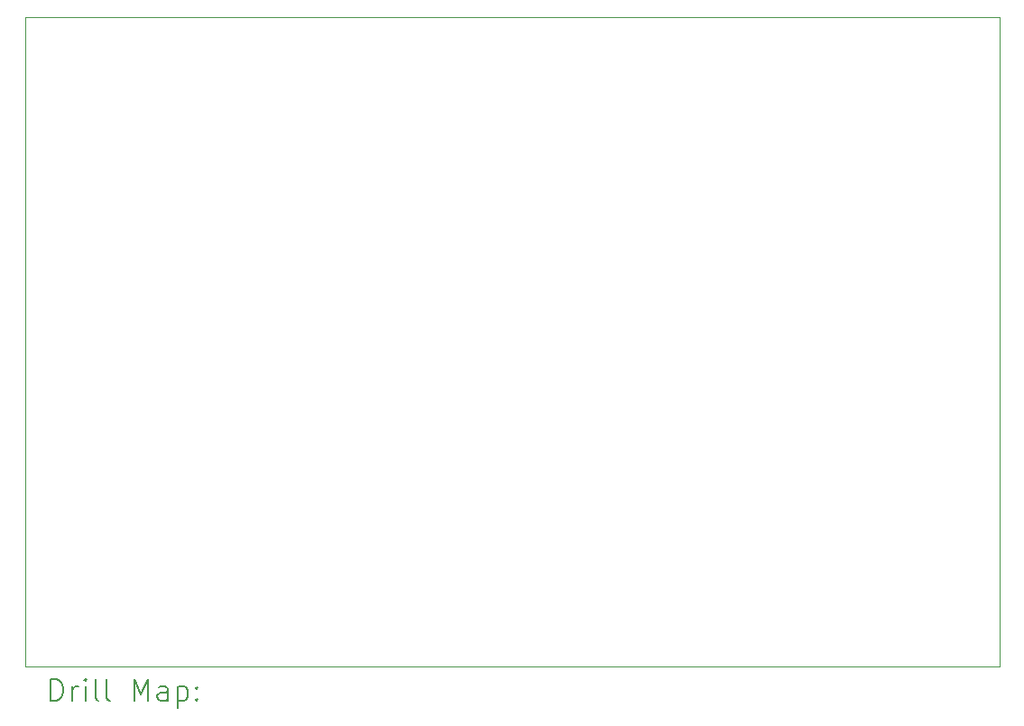
<source format=gbr>
%TF.GenerationSoftware,KiCad,Pcbnew,7.0.2*%
%TF.CreationDate,2024-05-24T01:33:51-03:00*%
%TF.ProjectId,EcoMaua_Tx_Telemetry_Module,45636f4d-6175-4615-9f54-785f54656c65,rev?*%
%TF.SameCoordinates,Original*%
%TF.FileFunction,Drillmap*%
%TF.FilePolarity,Positive*%
%FSLAX45Y45*%
G04 Gerber Fmt 4.5, Leading zero omitted, Abs format (unit mm)*
G04 Created by KiCad (PCBNEW 7.0.2) date 2024-05-24 01:33:51*
%MOMM*%
%LPD*%
G01*
G04 APERTURE LIST*
%ADD10C,0.100000*%
%ADD11C,0.200000*%
G04 APERTURE END LIST*
D10*
X10414000Y-5842000D02*
X19558000Y-5842000D01*
X19558000Y-11938000D01*
X10414000Y-11938000D01*
X10414000Y-5842000D01*
D11*
X10656619Y-12255524D02*
X10656619Y-12055524D01*
X10656619Y-12055524D02*
X10704238Y-12055524D01*
X10704238Y-12055524D02*
X10732810Y-12065048D01*
X10732810Y-12065048D02*
X10751857Y-12084095D01*
X10751857Y-12084095D02*
X10761381Y-12103143D01*
X10761381Y-12103143D02*
X10770905Y-12141238D01*
X10770905Y-12141238D02*
X10770905Y-12169809D01*
X10770905Y-12169809D02*
X10761381Y-12207905D01*
X10761381Y-12207905D02*
X10751857Y-12226952D01*
X10751857Y-12226952D02*
X10732810Y-12246000D01*
X10732810Y-12246000D02*
X10704238Y-12255524D01*
X10704238Y-12255524D02*
X10656619Y-12255524D01*
X10856619Y-12255524D02*
X10856619Y-12122190D01*
X10856619Y-12160286D02*
X10866143Y-12141238D01*
X10866143Y-12141238D02*
X10875667Y-12131714D01*
X10875667Y-12131714D02*
X10894714Y-12122190D01*
X10894714Y-12122190D02*
X10913762Y-12122190D01*
X10980429Y-12255524D02*
X10980429Y-12122190D01*
X10980429Y-12055524D02*
X10970905Y-12065048D01*
X10970905Y-12065048D02*
X10980429Y-12074571D01*
X10980429Y-12074571D02*
X10989952Y-12065048D01*
X10989952Y-12065048D02*
X10980429Y-12055524D01*
X10980429Y-12055524D02*
X10980429Y-12074571D01*
X11104238Y-12255524D02*
X11085190Y-12246000D01*
X11085190Y-12246000D02*
X11075667Y-12226952D01*
X11075667Y-12226952D02*
X11075667Y-12055524D01*
X11209000Y-12255524D02*
X11189952Y-12246000D01*
X11189952Y-12246000D02*
X11180429Y-12226952D01*
X11180429Y-12226952D02*
X11180429Y-12055524D01*
X11437571Y-12255524D02*
X11437571Y-12055524D01*
X11437571Y-12055524D02*
X11504238Y-12198381D01*
X11504238Y-12198381D02*
X11570905Y-12055524D01*
X11570905Y-12055524D02*
X11570905Y-12255524D01*
X11751857Y-12255524D02*
X11751857Y-12150762D01*
X11751857Y-12150762D02*
X11742333Y-12131714D01*
X11742333Y-12131714D02*
X11723286Y-12122190D01*
X11723286Y-12122190D02*
X11685190Y-12122190D01*
X11685190Y-12122190D02*
X11666143Y-12131714D01*
X11751857Y-12246000D02*
X11732809Y-12255524D01*
X11732809Y-12255524D02*
X11685190Y-12255524D01*
X11685190Y-12255524D02*
X11666143Y-12246000D01*
X11666143Y-12246000D02*
X11656619Y-12226952D01*
X11656619Y-12226952D02*
X11656619Y-12207905D01*
X11656619Y-12207905D02*
X11666143Y-12188857D01*
X11666143Y-12188857D02*
X11685190Y-12179333D01*
X11685190Y-12179333D02*
X11732809Y-12179333D01*
X11732809Y-12179333D02*
X11751857Y-12169809D01*
X11847095Y-12122190D02*
X11847095Y-12322190D01*
X11847095Y-12131714D02*
X11866143Y-12122190D01*
X11866143Y-12122190D02*
X11904238Y-12122190D01*
X11904238Y-12122190D02*
X11923286Y-12131714D01*
X11923286Y-12131714D02*
X11932809Y-12141238D01*
X11932809Y-12141238D02*
X11942333Y-12160286D01*
X11942333Y-12160286D02*
X11942333Y-12217428D01*
X11942333Y-12217428D02*
X11932809Y-12236476D01*
X11932809Y-12236476D02*
X11923286Y-12246000D01*
X11923286Y-12246000D02*
X11904238Y-12255524D01*
X11904238Y-12255524D02*
X11866143Y-12255524D01*
X11866143Y-12255524D02*
X11847095Y-12246000D01*
X12028048Y-12236476D02*
X12037571Y-12246000D01*
X12037571Y-12246000D02*
X12028048Y-12255524D01*
X12028048Y-12255524D02*
X12018524Y-12246000D01*
X12018524Y-12246000D02*
X12028048Y-12236476D01*
X12028048Y-12236476D02*
X12028048Y-12255524D01*
X12028048Y-12131714D02*
X12037571Y-12141238D01*
X12037571Y-12141238D02*
X12028048Y-12150762D01*
X12028048Y-12150762D02*
X12018524Y-12141238D01*
X12018524Y-12141238D02*
X12028048Y-12131714D01*
X12028048Y-12131714D02*
X12028048Y-12150762D01*
M02*

</source>
